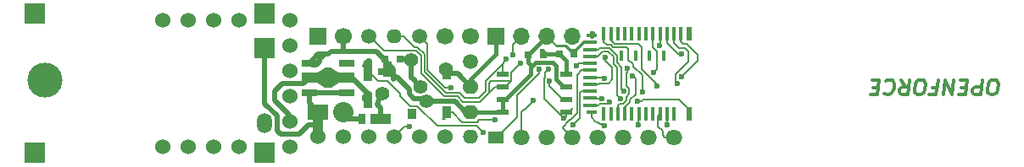
<source format=gbr>
G04 #@! TF.FileFunction,Copper,L1,Top,Signal*
%FSLAX46Y46*%
G04 Gerber Fmt 4.6, Leading zero omitted, Abs format (unit mm)*
G04 Created by KiCad (PCBNEW 4.0.2+dfsg1-stable) date 2018年07月27日 19時18分06秒*
%MOMM*%
G01*
G04 APERTURE LIST*
%ADD10C,0.100000*%
%ADD11C,0.300000*%
%ADD12C,1.524000*%
%ADD13R,1.700000X1.700000*%
%ADD14O,1.700000X1.700000*%
%ADD15O,1.500000X1.400000*%
%ADD16R,0.400000X1.000000*%
%ADD17R,1.100000X0.400000*%
%ADD18R,1.400000X0.400000*%
%ADD19R,0.400000X1.400000*%
%ADD20R,0.600000X1.400000*%
%ADD21R,2.032000X1.600000*%
%ADD22O,2.032000X2.032000*%
%ADD23R,0.900000X1.000000*%
%ADD24R,0.900000X1.300000*%
%ADD25O,1.600000X1.400000*%
%ADD26C,1.500000*%
%ADD27R,1.501140X0.701040*%
%ADD28R,1.501140X1.000760*%
%ADD29R,0.800100X1.998980*%
%ADD30R,1.143000X0.508000*%
%ADD31O,1.500000X2.000000*%
%ADD32R,2.000000X2.000000*%
%ADD33R,0.800000X0.750000*%
%ADD34R,0.800000X1.100000*%
%ADD35R,2.000000X1.100000*%
%ADD36C,3.500120*%
%ADD37O,1.700000X1.500000*%
%ADD38R,1.500000X1.300000*%
%ADD39C,1.700000*%
%ADD40R,1.400000X0.800000*%
%ADD41R,0.850000X1.524000*%
%ADD42R,0.850000X2.000000*%
%ADD43C,0.600000*%
%ADD44C,1.399540*%
%ADD45C,0.508000*%
%ADD46C,0.381000*%
%ADD47C,0.203200*%
%ADD48C,0.250000*%
%ADD49C,0.127000*%
%ADD50C,1.016000*%
G04 APERTURE END LIST*
D10*
D11*
X120837207Y-83336229D02*
X120551493Y-83336229D01*
X120417564Y-83264800D01*
X120292564Y-83121943D01*
X120256850Y-82836229D01*
X120319350Y-82336229D01*
X120426493Y-82050514D01*
X120587207Y-81907657D01*
X120738993Y-81836229D01*
X121024707Y-81836229D01*
X121158636Y-81907657D01*
X121283636Y-82050514D01*
X121319350Y-82336229D01*
X121256850Y-82836229D01*
X121149707Y-83121943D01*
X120988993Y-83264800D01*
X120837207Y-83336229D01*
X119738992Y-81836229D02*
X119551492Y-83336229D01*
X118980064Y-83336229D01*
X118846135Y-83264800D01*
X118783636Y-83193371D01*
X118730064Y-83050514D01*
X118756849Y-82836229D01*
X118846136Y-82693371D01*
X118926492Y-82621943D01*
X119078279Y-82550514D01*
X119649707Y-82550514D01*
X118140778Y-82621943D02*
X117640778Y-82621943D01*
X117524706Y-81836229D02*
X118238992Y-81836229D01*
X118051492Y-83336229D01*
X117337206Y-83336229D01*
X116881849Y-81836229D02*
X116694349Y-83336229D01*
X116024706Y-81836229D01*
X115837206Y-83336229D01*
X114712206Y-82621943D02*
X115212206Y-82621943D01*
X115310420Y-81836229D02*
X115122920Y-83336229D01*
X114408634Y-83336229D01*
X113551492Y-83336229D02*
X113265778Y-83336229D01*
X113131849Y-83264800D01*
X113006849Y-83121943D01*
X112971135Y-82836229D01*
X113033635Y-82336229D01*
X113140778Y-82050514D01*
X113301492Y-81907657D01*
X113453278Y-81836229D01*
X113738992Y-81836229D01*
X113872921Y-81907657D01*
X113997921Y-82050514D01*
X114033635Y-82336229D01*
X113971135Y-82836229D01*
X113863992Y-83121943D01*
X113703278Y-83264800D01*
X113551492Y-83336229D01*
X111596134Y-81836229D02*
X112006849Y-82550514D01*
X112453277Y-81836229D02*
X112265777Y-83336229D01*
X111694349Y-83336229D01*
X111560420Y-83264800D01*
X111497921Y-83193371D01*
X111444349Y-83050514D01*
X111471134Y-82836229D01*
X111560421Y-82693371D01*
X111640777Y-82621943D01*
X111792564Y-82550514D01*
X112363992Y-82550514D01*
X110078277Y-81979086D02*
X110158635Y-81907657D01*
X110381849Y-81836229D01*
X110524706Y-81836229D01*
X110730063Y-81907657D01*
X110855064Y-82050514D01*
X110908635Y-82193371D01*
X110944349Y-82479086D01*
X110917564Y-82693371D01*
X110810420Y-82979086D01*
X110721135Y-83121943D01*
X110560420Y-83264800D01*
X110337206Y-83336229D01*
X110194349Y-83336229D01*
X109988992Y-83264800D01*
X109926492Y-83193371D01*
X109355063Y-82621943D02*
X108855063Y-82621943D01*
X108738991Y-81836229D02*
X109453277Y-81836229D01*
X109265777Y-83336229D01*
X108551491Y-83336229D01*
D12*
X50535800Y-88534600D03*
X50535800Y-85994600D03*
X50535800Y-83454600D03*
X50535800Y-80914600D03*
X50535800Y-78374600D03*
X50535800Y-75834600D03*
X45455800Y-75834600D03*
X42915800Y-75834600D03*
X40375800Y-75834600D03*
X37835800Y-75834600D03*
X37835800Y-88534600D03*
X40375800Y-88534600D03*
X42915800Y-88534600D03*
X45455800Y-88534600D03*
D13*
X71160600Y-77434800D03*
D14*
X73700600Y-77434800D03*
X76240600Y-77434800D03*
X78780600Y-77434800D03*
D12*
X63540600Y-87554800D03*
X66080600Y-87554800D03*
X61000600Y-87554800D03*
X58460600Y-87554800D03*
X55920600Y-87554800D03*
X53380600Y-87554800D03*
D15*
X68620600Y-87554800D03*
D16*
X86485600Y-79394800D03*
X87885600Y-79394800D03*
X85085600Y-79394800D03*
X83685600Y-79394800D03*
D17*
X80685600Y-85094800D03*
D18*
X80535600Y-84394800D03*
X80535600Y-83694800D03*
X80535600Y-82294800D03*
X80535600Y-82994800D03*
X80535600Y-78794800D03*
X80535600Y-78094800D03*
D17*
X80685600Y-77394800D03*
D18*
X80535600Y-79494800D03*
X80535600Y-80194800D03*
X80535600Y-81594800D03*
X80535600Y-80894800D03*
D19*
X88935600Y-85244800D03*
X88235600Y-85244800D03*
X86835600Y-85244800D03*
X87535600Y-85244800D03*
X86135600Y-85244800D03*
X81935600Y-85244800D03*
X83335600Y-85244800D03*
X82635600Y-85244800D03*
X84035600Y-85244800D03*
X84735600Y-85244800D03*
X85435600Y-85244800D03*
X85435600Y-77244800D03*
X84735600Y-77244800D03*
X84035600Y-77244800D03*
X82635600Y-77244800D03*
X83335600Y-77244800D03*
X81935600Y-77244800D03*
X86135600Y-77244800D03*
X87535600Y-77244800D03*
X86835600Y-77244800D03*
X88235600Y-77244800D03*
X88935600Y-77244800D03*
X89635600Y-77244800D03*
D20*
X90435600Y-85244800D03*
X90435600Y-77244800D03*
D21*
X53380600Y-85054800D03*
D22*
X55920600Y-85054800D03*
D23*
X62732000Y-85275200D03*
D24*
X66232000Y-81225200D03*
X66232000Y-85125200D03*
D25*
X68620600Y-82514800D03*
X68620600Y-85054800D03*
D26*
X68620600Y-79974800D03*
D10*
G36*
X54019410Y-82651960D02*
X53270110Y-82151580D01*
X53270110Y-81150820D01*
X54019410Y-80650440D01*
X54019410Y-82651960D01*
X54019410Y-82651960D01*
G37*
D27*
X52519540Y-83152340D03*
X52519540Y-80150060D03*
X56222860Y-83152340D03*
D28*
X56222860Y-81651200D03*
D27*
X56222860Y-80150060D03*
D28*
X52519540Y-81651200D03*
D10*
G36*
X54722990Y-80650440D02*
X55472290Y-81150820D01*
X55472290Y-82151580D01*
X54722990Y-82651960D01*
X54722990Y-80650440D01*
X54722990Y-80650440D01*
G37*
D29*
X54371200Y-81651200D03*
D30*
X71795600Y-85054800D03*
X71795600Y-83784800D03*
X71795600Y-82514800D03*
X71795600Y-81244800D03*
X78145600Y-81244800D03*
X78145600Y-82514800D03*
X78145600Y-83784800D03*
X78145600Y-85054800D03*
D31*
X48053100Y-86197300D03*
D32*
X48053100Y-78697300D03*
X48053100Y-75197300D03*
X48053100Y-89197300D03*
X25053100Y-89197300D03*
X25053100Y-75197300D03*
D33*
X60085600Y-79744800D03*
X61585600Y-79744800D03*
X78959100Y-79276300D03*
X77459100Y-79276300D03*
D34*
X57740800Y-85740600D03*
D35*
X59640800Y-85740600D03*
D33*
X74385000Y-79339800D03*
X75885000Y-79339800D03*
D36*
X26075600Y-81879800D03*
D37*
X88940600Y-87594800D03*
X83860600Y-87594800D03*
X86400600Y-87594800D03*
X81320600Y-87594800D03*
X76240600Y-87594800D03*
X78780600Y-87594800D03*
X73700600Y-87594800D03*
D38*
X71160600Y-87594800D03*
D39*
X66080600Y-77434800D03*
X68620600Y-77434800D03*
D26*
X63540600Y-77434800D03*
X58460600Y-77434800D03*
D15*
X61000600Y-77434800D03*
D39*
X55920600Y-77434800D03*
D13*
X53380600Y-77434800D03*
D40*
X60035600Y-81044800D03*
D41*
X60335600Y-80744800D03*
D42*
X58335600Y-80944800D03*
D41*
X58335600Y-83944800D03*
D43*
X75836461Y-78989047D03*
X82006400Y-86451800D03*
D44*
X63614037Y-82529228D03*
X66149184Y-80765883D03*
X62706287Y-79878300D03*
D43*
X85271090Y-83967039D03*
D44*
X54371200Y-81651200D03*
D43*
X90439200Y-85207200D03*
X90435600Y-77244800D03*
X80787200Y-77231600D03*
D44*
X64180699Y-84025042D03*
D43*
X81713838Y-83717779D03*
X74894400Y-83886400D03*
X69890600Y-87163000D03*
X78883928Y-86344801D03*
X71104145Y-85862880D03*
X72856074Y-79310689D03*
X87494919Y-78432574D03*
X89684799Y-79249728D03*
X72180178Y-79738688D03*
X89685180Y-81548787D03*
X82458185Y-84044797D03*
X66650345Y-82613157D03*
X76514317Y-81981140D03*
X86927167Y-81107964D03*
X84277885Y-80687531D03*
X83906576Y-82984682D03*
X83582178Y-83715972D03*
X81982483Y-81668564D03*
X62470062Y-86556682D03*
X85384600Y-86388300D03*
D44*
X59835600Y-83244800D03*
D43*
X75484322Y-80797740D03*
X82082600Y-79560491D03*
X77907740Y-85722876D03*
X76367600Y-80795821D03*
X79212400Y-80473854D03*
X85765600Y-83086300D03*
X87226100Y-82451300D03*
X88242100Y-86324800D03*
X84779720Y-81435300D03*
X89247065Y-82218171D03*
X73636403Y-80161279D03*
D45*
X58335600Y-83944800D02*
X58335600Y-83244800D01*
X58335600Y-83244800D02*
X56742000Y-81651200D01*
X56742000Y-81651200D02*
X56222860Y-81651200D01*
X61585600Y-79744800D02*
X62572787Y-79744800D01*
X62572787Y-79744800D02*
X62706287Y-79878300D01*
D46*
X77459100Y-79276300D02*
X76123714Y-79276300D01*
X76123714Y-79276300D02*
X75836461Y-78989047D01*
D47*
X81077070Y-86019954D02*
X82006400Y-86451800D01*
X80685600Y-85094800D02*
X80685600Y-85628484D01*
X80685600Y-85628484D02*
X81077070Y-86019954D01*
D45*
X62706287Y-79878300D02*
X62706287Y-81621478D01*
X62706287Y-81621478D02*
X62914268Y-81829459D01*
X62914268Y-81829459D02*
X63614037Y-82529228D01*
X66232000Y-80848699D02*
X66149184Y-80765883D01*
X66232000Y-81225200D02*
X66232000Y-80848699D01*
D47*
X85814093Y-83848300D02*
X85695354Y-83967039D01*
X89439100Y-83848300D02*
X85814093Y-83848300D01*
X90435600Y-84844800D02*
X89439100Y-83848300D01*
X85695354Y-83967039D02*
X85271090Y-83967039D01*
X90435600Y-85244800D02*
X90435600Y-84844800D01*
D45*
X54371200Y-81651200D02*
X52519540Y-81651200D01*
X56222860Y-81651200D02*
X54371200Y-81651200D01*
X55097640Y-81651200D02*
X53644760Y-81651200D01*
X50523100Y-86007300D02*
X50523100Y-85321500D01*
X50523100Y-85321500D02*
X49088000Y-83886400D01*
X49088000Y-83886400D02*
X49088000Y-82972000D01*
X49088000Y-82972000D02*
X49850000Y-82210000D01*
X49850000Y-82210000D02*
X51960740Y-82210000D01*
X51960740Y-82210000D02*
X52519540Y-81651200D01*
X66232000Y-81225200D02*
X67331000Y-81225200D01*
X67331000Y-81225200D02*
X68620600Y-82514800D01*
D46*
X80685600Y-77496400D02*
X80685600Y-77333200D01*
X80685600Y-77333200D02*
X80787200Y-77231600D01*
D45*
X54650600Y-81879800D02*
X54650600Y-81041600D01*
X54574400Y-81879800D02*
X54650600Y-81879800D01*
D46*
X78145600Y-80609800D02*
X78145600Y-81244800D01*
X78145600Y-79937800D02*
X78145600Y-80609800D01*
X77459100Y-79276300D02*
X77484100Y-79276300D01*
X77484100Y-79276300D02*
X78145600Y-79937800D01*
X68620600Y-82514800D02*
X68620600Y-81778200D01*
X68620600Y-81778200D02*
X71160600Y-79238200D01*
X71160600Y-79238200D02*
X71160600Y-77434800D01*
D47*
X90465100Y-85244800D02*
X90435600Y-85244800D01*
D45*
X58030600Y-83514800D02*
X58030600Y-83833800D01*
X58096740Y-83380940D02*
X58230600Y-83514800D01*
X58230600Y-83514800D02*
X58530600Y-83214800D01*
D46*
X77183599Y-80468667D02*
X77183599Y-81811201D01*
X77183599Y-81811201D02*
X77887198Y-82514800D01*
X75094099Y-80105301D02*
X76820233Y-80105301D01*
X76820233Y-80105301D02*
X77183599Y-80468667D01*
X74845927Y-80353473D02*
X75094099Y-80105301D01*
X77887198Y-82514800D02*
X78145600Y-82514800D01*
D45*
X65174166Y-84021199D02*
X65170323Y-84025042D01*
X62484601Y-82768801D02*
X62484601Y-83243808D01*
X67045201Y-84021199D02*
X65174166Y-84021199D01*
X68078802Y-85054800D02*
X67045201Y-84021199D01*
X68620600Y-85054800D02*
X68078802Y-85054800D01*
X65170323Y-84025042D02*
X64180699Y-84025042D01*
X63884954Y-83729297D02*
X64180699Y-84025042D01*
X62484601Y-83243808D02*
X62970090Y-83729297D01*
X62970090Y-83729297D02*
X63884954Y-83729297D01*
X61230600Y-81514800D02*
X62484601Y-82768801D01*
D46*
X72113100Y-83784800D02*
X71795600Y-83784800D01*
X74635699Y-81262201D02*
X72113100Y-83784800D01*
X74635699Y-80563701D02*
X74635699Y-81262201D01*
X74845927Y-80353473D02*
X74635699Y-80563701D01*
D45*
X55920600Y-77434800D02*
X55920600Y-78958800D01*
X55920600Y-78958800D02*
X55920600Y-78704800D01*
X55920600Y-78704800D02*
X55920600Y-78958800D01*
X58994000Y-78958800D02*
X55920600Y-78958800D01*
X55920600Y-78958800D02*
X54752200Y-78958800D01*
X60048800Y-79810400D02*
X59197200Y-78958800D01*
X59197200Y-78958800D02*
X58994000Y-78958800D01*
X60048800Y-79898600D02*
X60048800Y-79810400D01*
X60930600Y-81814800D02*
X60930600Y-80780400D01*
X60930600Y-80780400D02*
X60048800Y-79898600D01*
X60930600Y-81814800D02*
X61230600Y-81514800D01*
X53380600Y-79289000D02*
X54015600Y-79289000D01*
X54015600Y-79289000D02*
X54422000Y-79289000D01*
X53558400Y-80051000D02*
X53558400Y-79746200D01*
X53558400Y-79746200D02*
X54015600Y-79289000D01*
X54422000Y-79289000D02*
X54752200Y-78958800D01*
X53380600Y-79289000D02*
X52519540Y-80150060D01*
D46*
X71795600Y-85054800D02*
X71795600Y-83784800D01*
X68620600Y-85054800D02*
X71795600Y-85054800D01*
X74385000Y-79339800D02*
X74385000Y-80095800D01*
X74385000Y-80095800D02*
X74642673Y-80353473D01*
X74642673Y-80353473D02*
X74845927Y-80353473D01*
X76240600Y-77434800D02*
X76240600Y-77484200D01*
X76240600Y-77484200D02*
X74385000Y-79339800D01*
D48*
X78488850Y-78806050D02*
X79123850Y-78806050D01*
X80535600Y-78094800D02*
X79835100Y-78094800D01*
X79835100Y-78094800D02*
X79123850Y-78806050D01*
X79123850Y-78806050D02*
X78959100Y-78970800D01*
X78959100Y-78970800D02*
X78959100Y-79276300D01*
X77193100Y-78387300D02*
X78070100Y-78387300D01*
X78070100Y-78387300D02*
X78488850Y-78806050D01*
X78488850Y-78806050D02*
X78959100Y-79276300D01*
D47*
X77193100Y-78387300D02*
X76240600Y-77434800D01*
D45*
X52798940Y-80378660D02*
X53230740Y-80378660D01*
X53230740Y-80378660D02*
X53558400Y-80051000D01*
D48*
X52920860Y-80378660D02*
X52798940Y-80378660D01*
D49*
X61605600Y-83514800D02*
X61605600Y-83264800D01*
X59385600Y-81994800D02*
X58335600Y-80944800D01*
X60335600Y-81994800D02*
X59385600Y-81994800D01*
X61605600Y-83264800D02*
X60335600Y-81994800D01*
D45*
X58548800Y-79898600D02*
X58359000Y-79898600D01*
X58030600Y-80416800D02*
X58548800Y-79898600D01*
D49*
X63292512Y-84511699D02*
X65267523Y-86486710D01*
X65267523Y-86486710D02*
X69214310Y-86486710D01*
X69214310Y-86486710D02*
X69590601Y-86863001D01*
X62602499Y-84511699D02*
X63292512Y-84511699D01*
X61605600Y-83514800D02*
X62602499Y-84511699D01*
X81713838Y-83717779D02*
X80558579Y-83717779D01*
X80558579Y-83717779D02*
X80535600Y-83694800D01*
X73935593Y-84832593D02*
X74024407Y-84832593D01*
X74894400Y-83962600D02*
X74894400Y-83886400D01*
X74024407Y-84832593D02*
X74894400Y-83962600D01*
X69590601Y-86863001D02*
X69890600Y-87163000D01*
X73700600Y-87594800D02*
X73700600Y-85067586D01*
X73700600Y-85067586D02*
X73935593Y-84832593D01*
X73935593Y-84832593D02*
X73993207Y-84774979D01*
X79183927Y-86044802D02*
X78883928Y-86344801D01*
X79708600Y-82994800D02*
X79561622Y-83141778D01*
X79561622Y-83141778D02*
X79561622Y-85667107D01*
X80535600Y-82994800D02*
X79708600Y-82994800D01*
X79561622Y-85667107D02*
X79183927Y-86044802D01*
X71104145Y-85862880D02*
X69463520Y-85862880D01*
X67754600Y-86070800D02*
X67782400Y-86098600D01*
X69255600Y-86070800D02*
X67754600Y-86070800D01*
X69463520Y-85862880D02*
X69255600Y-86070800D01*
X67782400Y-86098600D02*
X67782400Y-86121600D01*
X67782400Y-86121600D02*
X67782400Y-86098600D01*
X66809000Y-85125200D02*
X67782400Y-86098600D01*
X66232000Y-85125200D02*
X66809000Y-85125200D01*
X65825600Y-85734800D02*
X66100200Y-85734800D01*
D45*
X48053100Y-83073600D02*
X48053100Y-84223100D01*
X48053100Y-84223100D02*
X49291200Y-85461200D01*
X53380600Y-86324800D02*
X52440800Y-86324800D01*
X52440800Y-86324800D02*
X51475600Y-87290000D01*
X51475600Y-87290000D02*
X49646800Y-87290000D01*
X49646800Y-87290000D02*
X49291200Y-86934400D01*
X49291200Y-86934400D02*
X49291200Y-85461200D01*
X48053100Y-83073600D02*
X48053100Y-78697300D01*
X52519540Y-83152340D02*
X52519540Y-84193740D01*
X52519540Y-84193740D02*
X53380600Y-85054800D01*
X52519540Y-83152340D02*
X56222860Y-83152340D01*
X48053100Y-78697300D02*
X48293100Y-78697300D01*
D50*
X53380600Y-85054800D02*
X53380600Y-86324800D01*
X53380600Y-86324800D02*
X53380600Y-87554800D01*
D49*
X73700600Y-77434800D02*
X72850601Y-78284799D01*
X72850601Y-78284799D02*
X72850601Y-79305216D01*
X72850601Y-79305216D02*
X72856074Y-79310689D01*
X87535600Y-77244800D02*
X87535600Y-78391893D01*
X87535600Y-78391893D02*
X87494919Y-78432574D01*
D47*
X88235600Y-78148000D02*
X89337328Y-79249728D01*
X89337328Y-79249728D02*
X89684799Y-79249728D01*
X88235600Y-77244800D02*
X88235600Y-78148000D01*
D49*
X61877600Y-77434800D02*
X63030818Y-78588018D01*
X67504477Y-83176677D02*
X67985600Y-83657800D01*
X63996569Y-81028982D02*
X66144264Y-83176677D01*
X70093800Y-81956000D02*
X71795600Y-80254200D01*
X66144264Y-83176677D02*
X67504477Y-83176677D01*
X63996569Y-79280477D02*
X63996569Y-81028982D01*
X63304110Y-78588018D02*
X63996569Y-79280477D01*
X63030818Y-78588018D02*
X63304110Y-78588018D01*
X61000600Y-77434800D02*
X61877600Y-77434800D01*
X70093800Y-82997400D02*
X70093800Y-81956000D01*
X69433400Y-83657800D02*
X70093800Y-82997400D01*
X67985600Y-83657800D02*
X69433400Y-83657800D01*
X72008885Y-80010285D02*
X72008885Y-79909981D01*
X72024200Y-80025600D02*
X72008885Y-80010285D01*
X72008885Y-79909981D02*
X72180178Y-79738688D01*
X61000600Y-77434800D02*
X61226002Y-77434800D01*
D47*
X89894319Y-78246401D02*
X90202321Y-78246401D01*
X90202321Y-78246401D02*
X91289378Y-79333458D01*
X91289378Y-79944589D02*
X89985179Y-81248788D01*
X89635600Y-77987682D02*
X89894319Y-78246401D01*
X89985179Y-81248788D02*
X89685180Y-81548787D01*
X89635600Y-77244800D02*
X89635600Y-77987682D01*
X91289378Y-79333458D02*
X91289378Y-79944589D01*
X71795600Y-80254200D02*
X72024200Y-80025600D01*
X71795600Y-81244800D02*
X71795600Y-80254200D01*
D49*
X81362600Y-84394800D02*
X81476101Y-84281299D01*
X81476101Y-84281299D02*
X82221683Y-84281299D01*
X82221683Y-84281299D02*
X82458185Y-84044797D01*
X80535600Y-84394800D02*
X81362600Y-84394800D01*
X66226081Y-82613157D02*
X66650345Y-82613157D01*
X64323580Y-80869300D02*
X66067437Y-82613157D01*
X63540600Y-77434800D02*
X64323580Y-78217780D01*
X64323580Y-78217780D02*
X64323580Y-80869300D01*
X66067437Y-82613157D02*
X66226081Y-82613157D01*
X63540600Y-77434800D02*
X63794646Y-77434800D01*
D47*
X80535600Y-84394800D02*
X80522890Y-84407510D01*
D49*
X76514317Y-82405404D02*
X76514317Y-81981140D01*
X76514317Y-82471017D02*
X76514317Y-82405404D01*
X77828100Y-83784800D02*
X76514317Y-82471017D01*
X78145600Y-83784800D02*
X77828100Y-83784800D01*
X87227166Y-78962064D02*
X87227166Y-80807965D01*
X86835600Y-78570498D02*
X87227166Y-78962064D01*
X86835600Y-77244800D02*
X86835600Y-78570498D01*
X87227166Y-80807965D02*
X86927167Y-81107964D01*
X84214842Y-82458303D02*
X84214842Y-81174838D01*
X84214842Y-81174838D02*
X84277885Y-81111795D01*
X84277885Y-81111795D02*
X84277885Y-80687531D01*
X83845225Y-84280453D02*
X84176042Y-83949636D01*
X83472947Y-84280453D02*
X83845225Y-84280453D01*
X83335600Y-85244800D02*
X83335600Y-84417800D01*
X83335600Y-84417800D02*
X83472947Y-84280453D01*
X84176042Y-83949636D02*
X84176042Y-83549198D01*
X84176042Y-83549198D02*
X84470077Y-83255163D01*
X84470077Y-83255163D02*
X84470077Y-82713538D01*
X84470077Y-82713538D02*
X84214842Y-82458303D01*
X83705010Y-82783116D02*
X83906576Y-82984682D01*
X83705010Y-80588511D02*
X83705010Y-82783116D01*
X83222099Y-79403545D02*
X83222099Y-80105600D01*
X82488533Y-78669979D02*
X83222099Y-79403545D01*
X81487421Y-78669979D02*
X82488533Y-78669979D01*
X80535600Y-78794800D02*
X81362600Y-78794800D01*
X83222099Y-80105600D02*
X83705010Y-80588511D01*
X81362600Y-78794800D02*
X81487421Y-78669979D01*
X81314309Y-79494800D02*
X81812119Y-78996990D01*
X80535600Y-79494800D02*
X81314309Y-79494800D01*
X83280011Y-83413805D02*
X83282179Y-83415973D01*
X82895088Y-80241053D02*
X83280011Y-80625976D01*
X83280011Y-80625976D02*
X83280011Y-83413805D01*
X81812119Y-78996990D02*
X82349390Y-78996990D01*
X82349390Y-78996990D02*
X82895088Y-79542688D01*
X83282179Y-83415973D02*
X83582178Y-83715972D01*
X82895088Y-79542688D02*
X82895088Y-80241053D01*
X80535600Y-81594800D02*
X81580200Y-81594800D01*
D47*
X80535600Y-81594800D02*
X81908719Y-81594800D01*
X81908719Y-81594800D02*
X81982483Y-81668564D01*
X61000600Y-87554800D02*
X61762599Y-86792801D01*
D49*
X61998718Y-86556682D02*
X62045798Y-86556682D01*
X62045798Y-86556682D02*
X62470062Y-86556682D01*
X61762599Y-86792801D02*
X61998718Y-86556682D01*
D47*
X85384600Y-86388300D02*
X85384600Y-85193800D01*
X85384600Y-85193800D02*
X85435600Y-85244800D01*
D45*
X55920600Y-85689800D02*
X55971400Y-85740600D01*
X55971400Y-85740600D02*
X57740800Y-85740600D01*
X55920600Y-85054800D02*
X55920600Y-85689800D01*
X59298800Y-84340600D02*
X59520003Y-83560397D01*
X59520003Y-83560397D02*
X59835600Y-83244800D01*
X59640800Y-84682600D02*
X59298800Y-84340600D01*
X59640800Y-85740600D02*
X59640800Y-84682600D01*
X59640800Y-84682600D02*
X59400400Y-84442200D01*
D49*
X71260600Y-87594800D02*
X73267422Y-85587978D01*
X73267422Y-85587978D02*
X73267422Y-83438904D01*
X73267422Y-83438904D02*
X75484322Y-81222004D01*
X75484322Y-81222004D02*
X75484322Y-80797740D01*
X82786784Y-81816422D02*
X82786784Y-80595211D01*
X80535600Y-82294800D02*
X81362600Y-82294800D01*
X81362600Y-82294800D02*
X81425334Y-82232066D01*
X81425334Y-82232066D02*
X82371140Y-82232066D01*
X82786784Y-80595211D02*
X82082600Y-79891027D01*
X82371140Y-82232066D02*
X82786784Y-81816422D01*
X82082600Y-79891027D02*
X82082600Y-79643122D01*
D47*
X71160600Y-87594800D02*
X71260600Y-87594800D01*
D49*
X78495442Y-85864410D02*
X78469142Y-85890710D01*
X77803600Y-86717800D02*
X78680600Y-87594800D01*
X78469142Y-85890710D02*
X78469142Y-85963347D01*
X78680600Y-87594800D02*
X78780600Y-87594800D01*
X77803600Y-86628889D02*
X77803600Y-86717800D01*
X79708600Y-80894800D02*
X79234611Y-81368789D01*
X79234611Y-81368789D02*
X79234611Y-85215651D01*
X79234611Y-85215651D02*
X78585852Y-85864410D01*
X78585852Y-85864410D02*
X78495442Y-85864410D01*
X78469142Y-85963347D02*
X77803600Y-86628889D01*
X80535600Y-80894800D02*
X79708600Y-80894800D01*
X78145600Y-85054800D02*
X78145600Y-85485016D01*
X75950816Y-81710659D02*
X75950816Y-83765952D01*
X78145600Y-85485016D02*
X77907740Y-85722876D01*
X76367600Y-80795821D02*
X76067601Y-81095820D01*
X76067601Y-81095820D02*
X76067601Y-81593874D01*
X76067601Y-81593874D02*
X75950816Y-81710659D01*
X75950816Y-83765952D02*
X77907740Y-85722876D01*
X79136200Y-80254200D02*
X79136200Y-80397654D01*
X79136200Y-80397654D02*
X79212400Y-80473854D01*
X79322600Y-80194800D02*
X79263200Y-80254200D01*
X79263200Y-80254200D02*
X79136200Y-80254200D01*
X80535600Y-80194800D02*
X79322600Y-80194800D01*
X78145600Y-85054800D02*
X78463100Y-85054800D01*
X78463100Y-85054800D02*
X78875852Y-84642049D01*
X78145600Y-85054800D02*
X77828100Y-85054800D01*
D47*
X81320600Y-87594800D02*
X81320600Y-87442400D01*
X78145600Y-85054800D02*
X78336100Y-85054800D01*
X78336100Y-85054800D02*
X78590100Y-84800800D01*
D49*
X84213010Y-78549210D02*
X84368600Y-78704800D01*
X82830226Y-78549210D02*
X84213010Y-78549210D01*
X81935600Y-77244800D02*
X81935600Y-78071800D01*
X82206768Y-78342968D02*
X82623985Y-78342968D01*
X81935600Y-78071800D02*
X82206768Y-78342968D01*
X82623985Y-78342968D02*
X82830226Y-78549210D01*
D47*
X84870131Y-80307465D02*
X84870131Y-80482400D01*
X84368600Y-79805934D02*
X84870131Y-80307465D01*
X85765600Y-81377869D02*
X85765600Y-82662036D01*
X84870131Y-80482400D02*
X85765600Y-81377869D01*
X85765600Y-82662036D02*
X85765600Y-83086300D01*
X84368600Y-78704800D02*
X84368600Y-79805934D01*
D49*
X84279700Y-78615900D02*
X84368600Y-78704800D01*
D47*
X81935600Y-77244800D02*
X81935600Y-77922800D01*
D49*
X82635600Y-77244800D02*
X82635600Y-77886200D01*
X82635600Y-77886200D02*
X82971600Y-78222200D01*
X85384600Y-78222200D02*
X85702100Y-78539700D01*
X82971600Y-78222200D02*
X85384600Y-78222200D01*
D47*
X85702100Y-80736800D02*
X85702100Y-78539700D01*
X87416600Y-82451300D02*
X87226100Y-82451300D01*
X85702100Y-80736800D02*
X87416600Y-82451300D01*
X82635600Y-77244800D02*
X82635600Y-77924300D01*
X87797600Y-87404300D02*
X87797600Y-86959800D01*
X87353100Y-86515300D02*
X87353100Y-85427300D01*
X87797600Y-86959800D02*
X87353100Y-86515300D01*
X87353100Y-85427300D02*
X87535600Y-85244800D01*
X88940600Y-87594800D02*
X87988100Y-87594800D01*
X87988100Y-87594800D02*
X87797600Y-87404300D01*
X88235600Y-85244800D02*
X88235600Y-86331300D01*
X88235600Y-86331300D02*
X88242100Y-86324800D01*
X84541153Y-84100869D02*
X84541153Y-83844648D01*
X84541153Y-83844648D02*
X85079719Y-83306082D01*
X84035600Y-85244800D02*
X84035600Y-84606422D01*
X85079719Y-81735299D02*
X84779720Y-81435300D01*
X85079719Y-83306082D02*
X85079719Y-81735299D01*
X84035600Y-84606422D02*
X84541153Y-84100869D01*
D49*
X90386526Y-79011474D02*
X90386526Y-79983004D01*
X90386526Y-79983004D02*
X89083578Y-81285952D01*
D47*
X89083578Y-81285952D02*
X89083578Y-82054684D01*
X89083578Y-82054684D02*
X89247065Y-82218171D01*
D49*
X73336404Y-80461278D02*
X73636403Y-80161279D01*
X72646500Y-81151182D02*
X73336404Y-80461278D01*
X72646500Y-81981400D02*
X72646500Y-81151182D01*
X59940829Y-78915029D02*
X59210599Y-78184799D01*
X67858600Y-84064200D02*
X67298088Y-83503688D01*
X63669558Y-81164434D02*
X63669558Y-79415929D01*
X69535000Y-84064200D02*
X67858600Y-84064200D01*
X67298088Y-83503688D02*
X66008812Y-83503688D01*
X63168658Y-78915029D02*
X59940829Y-78915029D01*
X63669558Y-79415929D02*
X63168658Y-78915029D01*
X70436700Y-83162500D02*
X69535000Y-84064200D01*
X66008812Y-83503688D02*
X63669558Y-81164434D01*
X59210599Y-78184799D02*
X58460600Y-77434800D01*
X70436700Y-83162500D02*
X70436700Y-82222700D01*
X70678000Y-81981400D02*
X72646500Y-81981400D01*
X70436700Y-82222700D02*
X70678000Y-81981400D01*
X71795600Y-82514800D02*
X71084400Y-82514800D01*
X71084400Y-82514800D02*
X70436700Y-83162500D01*
X58460600Y-77434800D02*
X58460600Y-77460200D01*
D47*
X89727304Y-78649612D02*
X90024664Y-78649612D01*
X89430328Y-78642728D02*
X89720421Y-78642729D01*
X88935600Y-78148000D02*
X89430328Y-78642728D01*
X88935600Y-77244800D02*
X88935600Y-78148000D01*
X90024664Y-78649612D02*
X90386526Y-79011474D01*
X89720421Y-78642729D02*
X89727304Y-78649612D01*
D49*
X72113100Y-82514800D02*
X72646500Y-81981400D01*
X71795600Y-82514800D02*
X72113100Y-82514800D01*
X71795600Y-82514800D02*
X71478100Y-82514800D01*
M02*

</source>
